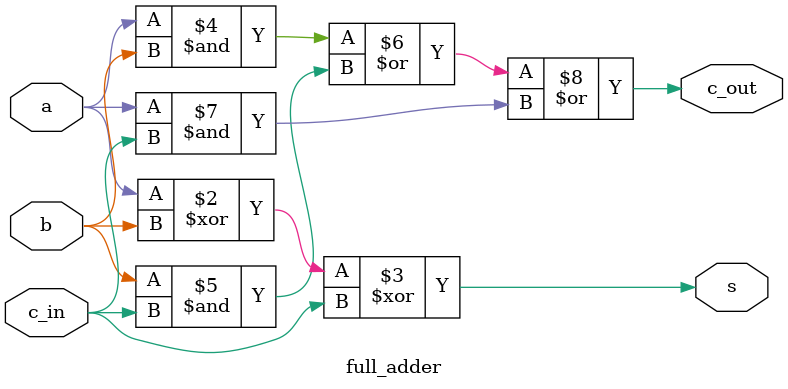
<source format=v>
`timescale 1ns/1ps

module full_adder
  (
   input      a,
   input      b,
   input      c_in,
   output reg s,
   output reg c_out
   );


   always @(*) begin
      s     = (a ^ b) ^ c_in;                     // sum
      c_out = (a & b) | (b & c_in) | (a & c_in);  // carry bit
   end
endmodule

</source>
